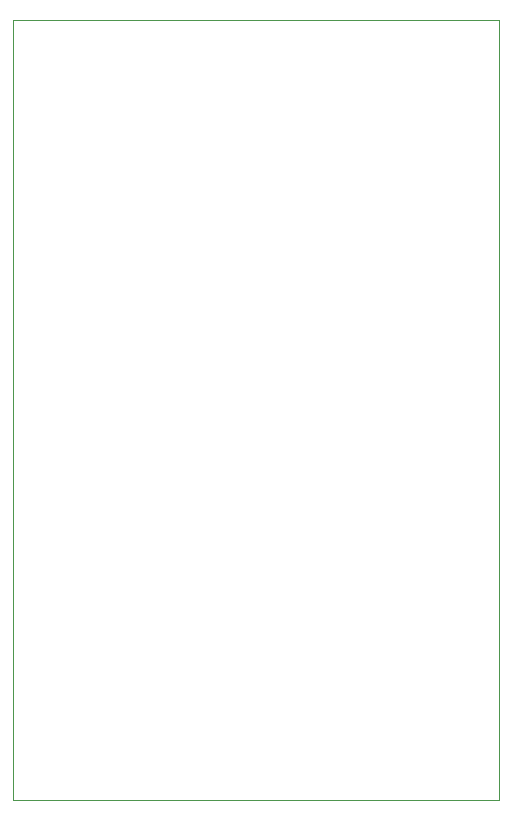
<source format=gbr>
%TF.GenerationSoftware,KiCad,Pcbnew,7.0.8*%
%TF.CreationDate,2023-11-19T04:52:15+05:30*%
%TF.ProjectId,NB679-DKA-BuckConverter,4e423637-392d-4444-9b41-2d4275636b43,rev?*%
%TF.SameCoordinates,Original*%
%TF.FileFunction,Profile,NP*%
%FSLAX46Y46*%
G04 Gerber Fmt 4.6, Leading zero omitted, Abs format (unit mm)*
G04 Created by KiCad (PCBNEW 7.0.8) date 2023-11-19 04:52:15*
%MOMM*%
%LPD*%
G01*
G04 APERTURE LIST*
%TA.AperFunction,Profile*%
%ADD10C,0.100000*%
%TD*%
G04 APERTURE END LIST*
D10*
X92910000Y-54000000D02*
X134090000Y-54000000D01*
X134090000Y-120040000D01*
X92910000Y-120040000D01*
X92910000Y-54000000D01*
M02*

</source>
